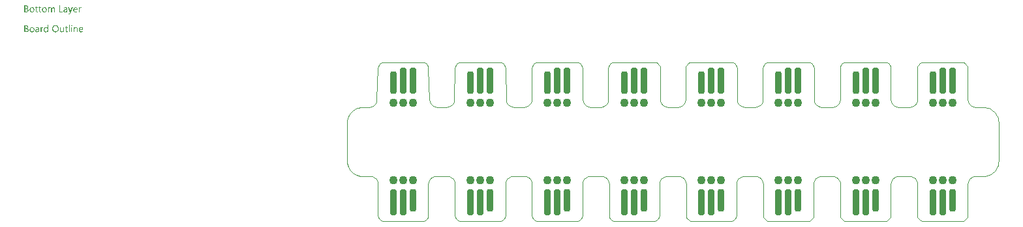
<source format=gbl>
G04*
G04 #@! TF.GenerationSoftware,Altium Limited,Altium Designer,21.9.2 (33)*
G04*
G04 Layer_Physical_Order=2*
G04 Layer_Color=16711680*
%FSLAX42Y42*%
%MOMM*%
G71*
G04*
G04 #@! TF.SameCoordinates,3B3C94B3-70F9-448F-95CB-C861D5BFCF53*
G04*
G04*
G04 #@! TF.FilePolarity,Positive*
G04*
G01*
G75*
%ADD10C,0.20*%
%ADD13C,0.10*%
%ADD18C,0.60*%
G04:AMPARAMS|DCode=19|XSize=0.9mm|YSize=3.45mm|CornerRadius=0.35mm|HoleSize=0mm|Usage=FLASHONLY|Rotation=180.000|XOffset=0mm|YOffset=0mm|HoleType=Round|Shape=RoundedRectangle|*
%AMROUNDEDRECTD19*
21,1,0.90,2.75,0,0,180.0*
21,1,0.20,3.45,0,0,180.0*
1,1,0.70,-0.10,1.37*
1,1,0.70,0.10,1.37*
1,1,0.70,0.10,-1.37*
1,1,0.70,-0.10,-1.37*
%
%ADD19ROUNDEDRECTD19*%
G04:AMPARAMS|DCode=20|XSize=0.9mm|YSize=2.95mm|CornerRadius=0.35mm|HoleSize=0mm|Usage=FLASHONLY|Rotation=180.000|XOffset=0mm|YOffset=0mm|HoleType=Round|Shape=RoundedRectangle|*
%AMROUNDEDRECTD20*
21,1,0.90,2.25,0,0,180.0*
21,1,0.20,2.95,0,0,180.0*
1,1,0.70,-0.10,1.12*
1,1,0.70,0.10,1.12*
1,1,0.70,0.10,-1.12*
1,1,0.70,-0.10,-1.12*
%
%ADD20ROUNDEDRECTD20*%
%ADD21C,1.10*%
G36*
X864Y4250D02*
X866Y4250D01*
X867Y4249D01*
X869Y4249D01*
X871Y4248D01*
X873Y4247D01*
X875Y4246D01*
X877Y4244D01*
X879Y4242D01*
X880Y4239D01*
X882Y4236D01*
X883Y4233D01*
X883Y4229D01*
X884Y4224D01*
X884Y4185D01*
X873Y4185D01*
X873Y4222D01*
X873Y4222D01*
X873Y4222D01*
X873Y4223D01*
X873Y4223D01*
X873Y4225D01*
X873Y4227D01*
X873Y4230D01*
X872Y4233D01*
X871Y4235D01*
X870Y4237D01*
X870Y4237D01*
X869Y4238D01*
X869Y4238D01*
X867Y4239D01*
X866Y4240D01*
X864Y4241D01*
X862Y4241D01*
X859Y4242D01*
X859Y4242D01*
X858Y4241D01*
X857Y4241D01*
X855Y4241D01*
X853Y4240D01*
X851Y4239D01*
X850Y4238D01*
X848Y4236D01*
X848Y4235D01*
X847Y4235D01*
X846Y4233D01*
X846Y4232D01*
X845Y4230D01*
X844Y4227D01*
X843Y4224D01*
X843Y4221D01*
X843Y4185D01*
X833Y4185D01*
X833Y4223D01*
X833Y4223D01*
X833Y4224D01*
X833Y4225D01*
X833Y4226D01*
X833Y4227D01*
X832Y4229D01*
X832Y4230D01*
X831Y4232D01*
X831Y4234D01*
X830Y4236D01*
X828Y4237D01*
X827Y4239D01*
X825Y4240D01*
X823Y4241D01*
X821Y4241D01*
X819Y4242D01*
X818Y4242D01*
X818Y4241D01*
X816Y4241D01*
X815Y4241D01*
X813Y4240D01*
X811Y4239D01*
X809Y4238D01*
X807Y4236D01*
X807Y4236D01*
X807Y4235D01*
X806Y4234D01*
X805Y4232D01*
X804Y4230D01*
X804Y4227D01*
X803Y4225D01*
X803Y4221D01*
X803Y4185D01*
X793Y4185D01*
X793Y4249D01*
X803Y4249D01*
X803Y4239D01*
X803Y4239D01*
X804Y4239D01*
X804Y4239D01*
X804Y4240D01*
X805Y4241D01*
X806Y4242D01*
X808Y4244D01*
X811Y4247D01*
X815Y4248D01*
X817Y4249D01*
X819Y4250D01*
X821Y4250D01*
X823Y4250D01*
X824Y4250D01*
X826Y4250D01*
X827Y4250D01*
X829Y4249D01*
X831Y4249D01*
X833Y4248D01*
X835Y4247D01*
X835Y4247D01*
X835Y4246D01*
X836Y4245D01*
X837Y4244D01*
X838Y4243D01*
X839Y4241D01*
X840Y4239D01*
X841Y4237D01*
X841Y4237D01*
X842Y4238D01*
X842Y4238D01*
X843Y4239D01*
X843Y4240D01*
X844Y4241D01*
X845Y4242D01*
X847Y4244D01*
X848Y4245D01*
X850Y4246D01*
X851Y4247D01*
X853Y4248D01*
X855Y4249D01*
X857Y4250D01*
X860Y4250D01*
X862Y4250D01*
X863Y4250D01*
X864Y4250D01*
X864Y4250D02*
G37*
G36*
X1221Y4250D02*
X1223Y4250D01*
X1224Y4249D01*
X1225Y4249D01*
X1225Y4238D01*
X1224Y4239D01*
X1224Y4239D01*
X1223Y4239D01*
X1223Y4240D01*
X1222Y4240D01*
X1220Y4240D01*
X1219Y4240D01*
X1217Y4241D01*
X1217Y4241D01*
X1216Y4240D01*
X1215Y4240D01*
X1213Y4240D01*
X1211Y4239D01*
X1209Y4238D01*
X1208Y4236D01*
X1206Y4234D01*
X1206Y4234D01*
X1205Y4233D01*
X1204Y4232D01*
X1204Y4230D01*
X1203Y4227D01*
X1202Y4224D01*
X1202Y4221D01*
X1201Y4217D01*
X1201Y4185D01*
X1191Y4185D01*
X1191Y4249D01*
X1201Y4249D01*
X1201Y4236D01*
X1202Y4236D01*
X1202Y4236D01*
X1202Y4236D01*
X1202Y4237D01*
X1203Y4238D01*
X1204Y4240D01*
X1204Y4241D01*
X1206Y4243D01*
X1207Y4245D01*
X1208Y4246D01*
X1209Y4246D01*
X1209Y4247D01*
X1210Y4247D01*
X1211Y4248D01*
X1213Y4249D01*
X1215Y4249D01*
X1216Y4250D01*
X1218Y4250D01*
X1220Y4250D01*
X1221Y4250D01*
X1221Y4250D02*
G37*
G36*
X1084Y4175D02*
X1084Y4175D01*
X1084Y4174D01*
X1083Y4173D01*
X1083Y4172D01*
X1082Y4170D01*
X1081Y4169D01*
X1080Y4167D01*
X1079Y4165D01*
X1077Y4163D01*
X1075Y4161D01*
X1073Y4160D01*
X1071Y4158D01*
X1069Y4157D01*
X1067Y4156D01*
X1065Y4155D01*
X1062Y4155D01*
X1061Y4155D01*
X1060Y4155D01*
X1058Y4155D01*
X1055Y4156D01*
X1055Y4165D01*
X1056Y4165D01*
X1056Y4165D01*
X1057Y4165D01*
X1057Y4165D01*
X1059Y4164D01*
X1061Y4164D01*
X1062Y4164D01*
X1063Y4164D01*
X1064Y4164D01*
X1066Y4165D01*
X1068Y4166D01*
X1069Y4167D01*
X1070Y4168D01*
X1071Y4169D01*
X1071Y4170D01*
X1072Y4172D01*
X1073Y4173D01*
X1078Y4185D01*
X1053Y4249D01*
X1065Y4249D01*
X1082Y4200D01*
X1082Y4199D01*
X1082Y4199D01*
X1082Y4199D01*
X1082Y4198D01*
X1082Y4197D01*
X1083Y4196D01*
X1083Y4195D01*
X1084Y4195D01*
X1084Y4195D01*
X1084Y4196D01*
X1084Y4197D01*
X1085Y4199D01*
X1103Y4249D01*
X1113Y4249D01*
X1084Y4175D01*
X1084Y4175D02*
G37*
G36*
X1023Y4250D02*
X1024Y4250D01*
X1026Y4249D01*
X1028Y4249D01*
X1030Y4248D01*
X1032Y4247D01*
X1034Y4246D01*
X1036Y4244D01*
X1038Y4243D01*
X1040Y4240D01*
X1041Y4238D01*
X1043Y4234D01*
X1043Y4231D01*
X1043Y4227D01*
X1043Y4185D01*
X1033Y4185D01*
X1033Y4195D01*
X1033Y4195D01*
X1033Y4195D01*
X1033Y4194D01*
X1032Y4194D01*
X1032Y4193D01*
X1030Y4191D01*
X1028Y4189D01*
X1025Y4187D01*
X1022Y4185D01*
X1020Y4185D01*
X1018Y4184D01*
X1016Y4184D01*
X1013Y4184D01*
X1012Y4184D01*
X1012Y4184D01*
X1010Y4184D01*
X1008Y4184D01*
X1005Y4185D01*
X1003Y4186D01*
X1001Y4187D01*
X998Y4188D01*
X998Y4189D01*
X998Y4189D01*
X997Y4191D01*
X996Y4192D01*
X995Y4194D01*
X994Y4196D01*
X993Y4199D01*
X993Y4202D01*
X993Y4202D01*
X993Y4203D01*
X993Y4204D01*
X993Y4205D01*
X994Y4206D01*
X994Y4208D01*
X995Y4209D01*
X996Y4211D01*
X997Y4213D01*
X998Y4215D01*
X1000Y4217D01*
X1002Y4218D01*
X1004Y4220D01*
X1007Y4221D01*
X1010Y4222D01*
X1014Y4223D01*
X1033Y4225D01*
X1033Y4226D01*
X1033Y4226D01*
X1033Y4227D01*
X1033Y4228D01*
X1033Y4229D01*
X1033Y4231D01*
X1032Y4234D01*
X1031Y4235D01*
X1030Y4236D01*
X1029Y4238D01*
X1028Y4239D01*
X1026Y4240D01*
X1024Y4241D01*
X1022Y4241D01*
X1020Y4242D01*
X1019Y4242D01*
X1018Y4241D01*
X1017Y4241D01*
X1016Y4241D01*
X1013Y4241D01*
X1010Y4240D01*
X1007Y4238D01*
X1005Y4237D01*
X1003Y4236D01*
X1001Y4235D01*
X999Y4234D01*
X999Y4244D01*
X999Y4244D01*
X1000Y4245D01*
X1000Y4245D01*
X1001Y4245D01*
X1002Y4246D01*
X1003Y4246D01*
X1004Y4247D01*
X1006Y4247D01*
X1009Y4248D01*
X1012Y4249D01*
X1017Y4250D01*
X1021Y4250D01*
X1022Y4250D01*
X1023Y4250D01*
X1023Y4250D02*
G37*
G36*
X950Y4194D02*
X985Y4194D01*
X985Y4185D01*
X939Y4185D01*
X939Y4274D01*
X950Y4274D01*
X950Y4194D01*
X950Y4194D02*
G37*
G36*
X512Y4274D02*
X513Y4274D01*
X515Y4274D01*
X517Y4274D01*
X520Y4273D01*
X523Y4272D01*
X526Y4271D01*
X529Y4269D01*
X529Y4269D01*
X529Y4268D01*
X530Y4268D01*
X531Y4266D01*
X532Y4265D01*
X533Y4263D01*
X535Y4260D01*
X535Y4257D01*
X536Y4256D01*
X536Y4254D01*
X536Y4254D01*
X536Y4254D01*
X536Y4253D01*
X535Y4251D01*
X535Y4249D01*
X535Y4247D01*
X534Y4245D01*
X533Y4243D01*
X532Y4241D01*
X531Y4240D01*
X531Y4240D01*
X530Y4239D01*
X529Y4238D01*
X527Y4236D01*
X525Y4235D01*
X523Y4234D01*
X520Y4233D01*
X520Y4233D01*
X521Y4233D01*
X521Y4232D01*
X522Y4232D01*
X523Y4232D01*
X525Y4231D01*
X528Y4230D01*
X530Y4229D01*
X532Y4228D01*
X535Y4226D01*
X535Y4225D01*
X535Y4224D01*
X536Y4223D01*
X537Y4222D01*
X538Y4219D01*
X539Y4217D01*
X540Y4214D01*
X540Y4211D01*
X540Y4211D01*
X540Y4210D01*
X540Y4210D01*
X540Y4209D01*
X540Y4208D01*
X540Y4207D01*
X539Y4204D01*
X538Y4201D01*
X537Y4198D01*
X536Y4197D01*
X535Y4195D01*
X533Y4194D01*
X532Y4192D01*
X532Y4192D01*
X531Y4192D01*
X531Y4191D01*
X530Y4191D01*
X529Y4191D01*
X528Y4190D01*
X526Y4189D01*
X523Y4187D01*
X520Y4186D01*
X516Y4185D01*
X513Y4185D01*
X511Y4185D01*
X485Y4185D01*
X485Y4274D01*
X512Y4274D01*
X512Y4274D01*
X512Y4274D02*
G37*
G36*
X688Y4249D02*
X704Y4249D01*
X704Y4240D01*
X688Y4240D01*
X688Y4204D01*
X688Y4204D01*
X688Y4203D01*
X688Y4202D01*
X689Y4200D01*
X689Y4197D01*
X690Y4196D01*
X690Y4195D01*
X691Y4195D01*
X691Y4194D01*
X691Y4194D01*
X692Y4194D01*
X693Y4193D01*
X694Y4193D01*
X696Y4192D01*
X698Y4192D01*
X698Y4192D01*
X699Y4192D01*
X700Y4193D01*
X702Y4193D01*
X703Y4194D01*
X704Y4194D01*
X704Y4186D01*
X704Y4186D01*
X704Y4185D01*
X703Y4185D01*
X702Y4185D01*
X701Y4184D01*
X699Y4184D01*
X697Y4184D01*
X695Y4184D01*
X694Y4184D01*
X693Y4184D01*
X692Y4184D01*
X691Y4184D01*
X690Y4185D01*
X688Y4185D01*
X687Y4186D01*
X685Y4187D01*
X683Y4188D01*
X682Y4190D01*
X681Y4192D01*
X680Y4194D01*
X679Y4196D01*
X678Y4199D01*
X678Y4202D01*
X678Y4240D01*
X667Y4240D01*
X667Y4249D01*
X678Y4249D01*
X678Y4264D01*
X688Y4268D01*
X688Y4249D01*
X688Y4249D02*
G37*
G36*
X645Y4249D02*
X661Y4249D01*
X661Y4240D01*
X645Y4240D01*
X645Y4204D01*
X645Y4204D01*
X645Y4203D01*
X645Y4202D01*
X645Y4200D01*
X646Y4197D01*
X646Y4196D01*
X647Y4195D01*
X647Y4195D01*
X648Y4194D01*
X648Y4194D01*
X649Y4194D01*
X650Y4193D01*
X651Y4193D01*
X653Y4192D01*
X654Y4192D01*
X655Y4192D01*
X656Y4192D01*
X657Y4193D01*
X659Y4193D01*
X660Y4194D01*
X661Y4194D01*
X661Y4186D01*
X661Y4186D01*
X661Y4185D01*
X660Y4185D01*
X659Y4185D01*
X657Y4184D01*
X656Y4184D01*
X654Y4184D01*
X652Y4184D01*
X651Y4184D01*
X650Y4184D01*
X649Y4184D01*
X648Y4184D01*
X646Y4185D01*
X645Y4185D01*
X643Y4186D01*
X642Y4187D01*
X640Y4188D01*
X639Y4190D01*
X638Y4192D01*
X636Y4194D01*
X636Y4196D01*
X635Y4199D01*
X635Y4202D01*
X635Y4240D01*
X624Y4240D01*
X624Y4249D01*
X635Y4249D01*
X635Y4264D01*
X645Y4268D01*
X645Y4249D01*
X645Y4249D02*
G37*
G36*
X1152Y4250D02*
X1153Y4250D01*
X1154Y4250D01*
X1157Y4249D01*
X1160Y4248D01*
X1163Y4247D01*
X1165Y4246D01*
X1166Y4245D01*
X1168Y4244D01*
X1169Y4242D01*
X1169Y4242D01*
X1169Y4242D01*
X1170Y4241D01*
X1170Y4241D01*
X1171Y4240D01*
X1171Y4239D01*
X1172Y4238D01*
X1172Y4236D01*
X1173Y4235D01*
X1174Y4233D01*
X1174Y4231D01*
X1175Y4229D01*
X1175Y4227D01*
X1176Y4225D01*
X1176Y4222D01*
X1176Y4220D01*
X1176Y4214D01*
X1131Y4214D01*
X1131Y4214D01*
X1131Y4214D01*
X1131Y4213D01*
X1131Y4213D01*
X1131Y4212D01*
X1131Y4211D01*
X1132Y4208D01*
X1132Y4206D01*
X1133Y4203D01*
X1135Y4200D01*
X1136Y4198D01*
X1137Y4197D01*
X1137Y4197D01*
X1139Y4196D01*
X1140Y4195D01*
X1143Y4194D01*
X1145Y4193D01*
X1148Y4192D01*
X1151Y4192D01*
X1153Y4192D01*
X1153Y4192D01*
X1154Y4192D01*
X1155Y4192D01*
X1158Y4193D01*
X1161Y4194D01*
X1164Y4195D01*
X1168Y4197D01*
X1170Y4198D01*
X1171Y4199D01*
X1171Y4190D01*
X1171Y4190D01*
X1171Y4189D01*
X1171Y4189D01*
X1170Y4189D01*
X1169Y4188D01*
X1168Y4188D01*
X1167Y4187D01*
X1165Y4187D01*
X1164Y4186D01*
X1162Y4186D01*
X1158Y4185D01*
X1154Y4184D01*
X1149Y4184D01*
X1148Y4184D01*
X1147Y4184D01*
X1146Y4184D01*
X1144Y4184D01*
X1141Y4185D01*
X1138Y4186D01*
X1135Y4187D01*
X1133Y4188D01*
X1131Y4189D01*
X1129Y4191D01*
X1128Y4192D01*
X1128Y4192D01*
X1128Y4193D01*
X1127Y4193D01*
X1127Y4194D01*
X1126Y4195D01*
X1126Y4196D01*
X1125Y4197D01*
X1124Y4199D01*
X1123Y4200D01*
X1123Y4202D01*
X1122Y4204D01*
X1121Y4206D01*
X1121Y4209D01*
X1121Y4211D01*
X1120Y4214D01*
X1120Y4217D01*
X1120Y4217D01*
X1120Y4217D01*
X1120Y4218D01*
X1120Y4219D01*
X1121Y4220D01*
X1121Y4222D01*
X1121Y4224D01*
X1121Y4225D01*
X1122Y4229D01*
X1124Y4233D01*
X1125Y4235D01*
X1126Y4237D01*
X1127Y4239D01*
X1129Y4241D01*
X1129Y4241D01*
X1129Y4241D01*
X1129Y4242D01*
X1130Y4242D01*
X1131Y4243D01*
X1132Y4244D01*
X1133Y4245D01*
X1134Y4246D01*
X1137Y4247D01*
X1141Y4249D01*
X1143Y4249D01*
X1145Y4250D01*
X1147Y4250D01*
X1150Y4250D01*
X1151Y4250D01*
X1152Y4250D01*
X1152Y4250D02*
G37*
G36*
X749Y4250D02*
X750Y4250D01*
X751Y4250D01*
X754Y4249D01*
X758Y4248D01*
X762Y4247D01*
X763Y4246D01*
X765Y4244D01*
X767Y4243D01*
X768Y4241D01*
X769Y4241D01*
X769Y4241D01*
X769Y4241D01*
X770Y4240D01*
X770Y4239D01*
X771Y4238D01*
X772Y4237D01*
X773Y4235D01*
X773Y4233D01*
X774Y4232D01*
X775Y4230D01*
X775Y4227D01*
X776Y4225D01*
X776Y4223D01*
X776Y4220D01*
X776Y4217D01*
X776Y4217D01*
X776Y4216D01*
X776Y4216D01*
X776Y4215D01*
X776Y4213D01*
X776Y4212D01*
X776Y4210D01*
X775Y4208D01*
X774Y4205D01*
X773Y4200D01*
X772Y4198D01*
X771Y4196D01*
X769Y4194D01*
X768Y4193D01*
X768Y4193D01*
X767Y4192D01*
X767Y4192D01*
X766Y4191D01*
X765Y4191D01*
X764Y4190D01*
X763Y4189D01*
X762Y4188D01*
X760Y4187D01*
X758Y4186D01*
X757Y4186D01*
X754Y4185D01*
X752Y4184D01*
X750Y4184D01*
X747Y4184D01*
X745Y4184D01*
X743Y4184D01*
X742Y4184D01*
X741Y4184D01*
X740Y4184D01*
X738Y4184D01*
X737Y4185D01*
X733Y4186D01*
X729Y4187D01*
X727Y4188D01*
X726Y4190D01*
X724Y4191D01*
X722Y4192D01*
X722Y4193D01*
X722Y4193D01*
X721Y4193D01*
X721Y4194D01*
X720Y4195D01*
X719Y4196D01*
X719Y4197D01*
X718Y4199D01*
X717Y4200D01*
X716Y4202D01*
X716Y4204D01*
X715Y4206D01*
X714Y4211D01*
X714Y4213D01*
X714Y4216D01*
X714Y4216D01*
X714Y4217D01*
X714Y4218D01*
X714Y4219D01*
X714Y4220D01*
X714Y4222D01*
X715Y4223D01*
X715Y4225D01*
X716Y4229D01*
X717Y4233D01*
X718Y4235D01*
X720Y4238D01*
X721Y4239D01*
X722Y4241D01*
X723Y4241D01*
X723Y4242D01*
X723Y4242D01*
X724Y4243D01*
X725Y4243D01*
X726Y4244D01*
X727Y4245D01*
X729Y4246D01*
X730Y4247D01*
X732Y4247D01*
X734Y4248D01*
X736Y4249D01*
X738Y4249D01*
X741Y4250D01*
X744Y4250D01*
X746Y4250D01*
X748Y4250D01*
X749Y4250D01*
X749Y4250D02*
G37*
G36*
X587Y4250D02*
X588Y4250D01*
X590Y4250D01*
X593Y4249D01*
X597Y4248D01*
X600Y4247D01*
X602Y4246D01*
X604Y4244D01*
X606Y4243D01*
X607Y4241D01*
X607Y4241D01*
X607Y4241D01*
X608Y4241D01*
X608Y4240D01*
X609Y4239D01*
X610Y4238D01*
X610Y4237D01*
X611Y4235D01*
X612Y4233D01*
X613Y4232D01*
X613Y4230D01*
X614Y4227D01*
X614Y4225D01*
X615Y4223D01*
X615Y4220D01*
X615Y4217D01*
X615Y4217D01*
X615Y4216D01*
X615Y4216D01*
X615Y4215D01*
X615Y4213D01*
X615Y4212D01*
X614Y4210D01*
X614Y4208D01*
X613Y4205D01*
X612Y4200D01*
X611Y4198D01*
X609Y4196D01*
X608Y4194D01*
X607Y4193D01*
X606Y4193D01*
X606Y4192D01*
X606Y4192D01*
X605Y4191D01*
X604Y4191D01*
X603Y4190D01*
X602Y4189D01*
X600Y4188D01*
X599Y4187D01*
X597Y4186D01*
X595Y4186D01*
X593Y4185D01*
X591Y4184D01*
X589Y4184D01*
X586Y4184D01*
X583Y4184D01*
X582Y4184D01*
X581Y4184D01*
X580Y4184D01*
X579Y4184D01*
X577Y4184D01*
X575Y4185D01*
X572Y4186D01*
X568Y4187D01*
X566Y4188D01*
X564Y4190D01*
X563Y4191D01*
X561Y4192D01*
X561Y4193D01*
X560Y4193D01*
X560Y4193D01*
X560Y4194D01*
X559Y4195D01*
X558Y4196D01*
X557Y4197D01*
X557Y4199D01*
X556Y4200D01*
X555Y4202D01*
X554Y4204D01*
X554Y4206D01*
X553Y4211D01*
X553Y4213D01*
X552Y4216D01*
X552Y4216D01*
X552Y4217D01*
X552Y4218D01*
X553Y4219D01*
X553Y4220D01*
X553Y4222D01*
X553Y4223D01*
X554Y4225D01*
X554Y4229D01*
X556Y4233D01*
X557Y4235D01*
X558Y4238D01*
X560Y4239D01*
X561Y4241D01*
X561Y4241D01*
X562Y4242D01*
X562Y4242D01*
X563Y4243D01*
X564Y4243D01*
X565Y4244D01*
X566Y4245D01*
X567Y4246D01*
X569Y4247D01*
X571Y4247D01*
X573Y4248D01*
X575Y4249D01*
X577Y4249D01*
X580Y4250D01*
X582Y4250D01*
X585Y4250D01*
X586Y4250D01*
X587Y4250D01*
X587Y4250D02*
G37*
G36*
X1100Y4019D02*
X1101Y4019D01*
X1102Y4019D01*
X1103Y4018D01*
X1104Y4018D01*
X1104Y4018D01*
X1104Y4017D01*
X1105Y4017D01*
X1105Y4015D01*
X1105Y4014D01*
X1106Y4013D01*
X1106Y4013D01*
X1106Y4013D01*
X1105Y4012D01*
X1105Y4011D01*
X1105Y4010D01*
X1104Y4009D01*
X1104Y4008D01*
X1103Y4008D01*
X1103Y4008D01*
X1102Y4007D01*
X1101Y4007D01*
X1100Y4007D01*
X1099Y4006D01*
X1098Y4006D01*
X1098Y4007D01*
X1097Y4007D01*
X1096Y4007D01*
X1095Y4008D01*
X1094Y4008D01*
X1094Y4008D01*
X1094Y4008D01*
X1094Y4009D01*
X1093Y4009D01*
X1093Y4011D01*
X1093Y4012D01*
X1092Y4013D01*
X1092Y4013D01*
X1092Y4014D01*
X1093Y4014D01*
X1093Y4015D01*
X1093Y4016D01*
X1094Y4017D01*
X1094Y4018D01*
X1094Y4018D01*
X1095Y4018D01*
X1096Y4019D01*
X1097Y4019D01*
X1098Y4020D01*
X1099Y4020D01*
X1100Y4019D01*
X1100Y4019D02*
G37*
G36*
X795Y3926D02*
X785Y3926D01*
X785Y3937D01*
X785Y3937D01*
X785Y3937D01*
X785Y3937D01*
X784Y3936D01*
X784Y3935D01*
X783Y3934D01*
X782Y3933D01*
X781Y3932D01*
X779Y3931D01*
X778Y3930D01*
X776Y3929D01*
X775Y3928D01*
X773Y3927D01*
X771Y3926D01*
X768Y3925D01*
X766Y3925D01*
X763Y3925D01*
X762Y3925D01*
X761Y3925D01*
X760Y3925D01*
X759Y3925D01*
X756Y3926D01*
X753Y3927D01*
X750Y3929D01*
X748Y3930D01*
X747Y3931D01*
X745Y3932D01*
X744Y3933D01*
X744Y3934D01*
X743Y3934D01*
X743Y3934D01*
X743Y3935D01*
X742Y3936D01*
X741Y3937D01*
X741Y3938D01*
X740Y3940D01*
X739Y3941D01*
X739Y3943D01*
X738Y3945D01*
X738Y3947D01*
X737Y3949D01*
X737Y3952D01*
X737Y3954D01*
X737Y3957D01*
X737Y3957D01*
X737Y3957D01*
X737Y3958D01*
X737Y3959D01*
X737Y3961D01*
X737Y3962D01*
X737Y3964D01*
X738Y3966D01*
X738Y3970D01*
X740Y3974D01*
X741Y3976D01*
X742Y3978D01*
X743Y3980D01*
X744Y3982D01*
X745Y3982D01*
X745Y3983D01*
X745Y3983D01*
X746Y3984D01*
X747Y3984D01*
X748Y3985D01*
X749Y3986D01*
X750Y3987D01*
X753Y3989D01*
X757Y3990D01*
X759Y3991D01*
X761Y3991D01*
X763Y3992D01*
X766Y3992D01*
X767Y3992D01*
X768Y3992D01*
X769Y3991D01*
X770Y3991D01*
X773Y3990D01*
X776Y3989D01*
X778Y3988D01*
X779Y3987D01*
X781Y3986D01*
X782Y3985D01*
X784Y3983D01*
X785Y3981D01*
X785Y3981D01*
X785Y4021D01*
X795Y4021D01*
X795Y3926D01*
X795Y3926D02*
G37*
G36*
X1158Y3992D02*
X1160Y3991D01*
X1162Y3991D01*
X1165Y3990D01*
X1167Y3989D01*
X1170Y3987D01*
X1171Y3986D01*
X1172Y3985D01*
X1172Y3985D01*
X1173Y3984D01*
X1174Y3982D01*
X1175Y3980D01*
X1176Y3977D01*
X1177Y3974D01*
X1177Y3970D01*
X1178Y3965D01*
X1178Y3926D01*
X1167Y3926D01*
X1167Y3963D01*
X1167Y3963D01*
X1167Y3964D01*
X1167Y3965D01*
X1167Y3966D01*
X1167Y3967D01*
X1167Y3969D01*
X1166Y3971D01*
X1165Y3973D01*
X1165Y3975D01*
X1164Y3977D01*
X1162Y3978D01*
X1161Y3980D01*
X1159Y3981D01*
X1157Y3982D01*
X1155Y3983D01*
X1153Y3983D01*
X1152Y3983D01*
X1151Y3983D01*
X1150Y3983D01*
X1148Y3982D01*
X1146Y3982D01*
X1144Y3981D01*
X1142Y3979D01*
X1140Y3977D01*
X1140Y3977D01*
X1139Y3976D01*
X1138Y3975D01*
X1137Y3973D01*
X1136Y3971D01*
X1136Y3969D01*
X1135Y3966D01*
X1135Y3963D01*
X1135Y3926D01*
X1125Y3926D01*
X1125Y3990D01*
X1135Y3990D01*
X1135Y3980D01*
X1135Y3980D01*
X1135Y3980D01*
X1135Y3980D01*
X1136Y3981D01*
X1137Y3981D01*
X1137Y3982D01*
X1138Y3983D01*
X1139Y3984D01*
X1140Y3986D01*
X1142Y3987D01*
X1143Y3988D01*
X1145Y3989D01*
X1147Y3990D01*
X1149Y3991D01*
X1151Y3991D01*
X1154Y3992D01*
X1156Y3992D01*
X1157Y3992D01*
X1158Y3992D01*
X1158Y3992D02*
G37*
G36*
X726Y3991D02*
X728Y3991D01*
X729Y3991D01*
X730Y3990D01*
X730Y3980D01*
X730Y3980D01*
X729Y3980D01*
X729Y3981D01*
X728Y3981D01*
X727Y3981D01*
X725Y3982D01*
X724Y3982D01*
X722Y3982D01*
X722Y3982D01*
X721Y3982D01*
X720Y3982D01*
X718Y3981D01*
X716Y3980D01*
X715Y3979D01*
X713Y3978D01*
X711Y3976D01*
X711Y3975D01*
X710Y3975D01*
X710Y3973D01*
X709Y3971D01*
X708Y3969D01*
X707Y3966D01*
X707Y3963D01*
X707Y3959D01*
X707Y3926D01*
X696Y3926D01*
X696Y3990D01*
X707Y3990D01*
X707Y3977D01*
X707Y3977D01*
X707Y3977D01*
X707Y3977D01*
X707Y3978D01*
X708Y3979D01*
X709Y3981D01*
X710Y3983D01*
X711Y3984D01*
X712Y3986D01*
X714Y3988D01*
X714Y3988D01*
X714Y3988D01*
X715Y3989D01*
X717Y3989D01*
X718Y3990D01*
X720Y3991D01*
X722Y3991D01*
X724Y3991D01*
X725Y3991D01*
X726Y3991D01*
X726Y3991D02*
G37*
G36*
X999Y3926D02*
X989Y3926D01*
X989Y3936D01*
X988Y3936D01*
X988Y3936D01*
X988Y3936D01*
X988Y3935D01*
X987Y3935D01*
X986Y3933D01*
X983Y3931D01*
X982Y3930D01*
X981Y3929D01*
X979Y3928D01*
X977Y3927D01*
X975Y3926D01*
X973Y3925D01*
X971Y3925D01*
X969Y3925D01*
X968Y3925D01*
X967Y3925D01*
X965Y3925D01*
X963Y3926D01*
X961Y3926D01*
X959Y3927D01*
X957Y3928D01*
X955Y3930D01*
X953Y3932D01*
X951Y3934D01*
X949Y3936D01*
X948Y3939D01*
X947Y3943D01*
X946Y3947D01*
X946Y3950D01*
X946Y3952D01*
X946Y3990D01*
X956Y3990D01*
X956Y3954D01*
X956Y3953D01*
X956Y3953D01*
X956Y3952D01*
X956Y3950D01*
X956Y3949D01*
X957Y3947D01*
X957Y3945D01*
X958Y3944D01*
X959Y3942D01*
X960Y3940D01*
X961Y3938D01*
X962Y3937D01*
X964Y3935D01*
X966Y3934D01*
X969Y3934D01*
X971Y3933D01*
X972Y3933D01*
X973Y3934D01*
X974Y3934D01*
X976Y3934D01*
X978Y3935D01*
X980Y3936D01*
X982Y3937D01*
X984Y3939D01*
X984Y3939D01*
X985Y3940D01*
X985Y3941D01*
X986Y3943D01*
X987Y3945D01*
X988Y3947D01*
X988Y3950D01*
X989Y3953D01*
X989Y3990D01*
X999Y3990D01*
X999Y3926D01*
X999Y3926D02*
G37*
G36*
X1104Y3926D02*
X1094Y3926D01*
X1094Y3990D01*
X1104Y3990D01*
X1104Y3926D01*
X1104Y3926D02*
G37*
G36*
X1073Y3926D02*
X1063Y3926D01*
X1063Y4021D01*
X1073Y4021D01*
X1073Y3926D01*
X1073Y3926D02*
G37*
G36*
X657Y3992D02*
X658Y3991D01*
X660Y3991D01*
X662Y3990D01*
X664Y3990D01*
X666Y3989D01*
X668Y3987D01*
X670Y3986D01*
X672Y3984D01*
X674Y3982D01*
X675Y3979D01*
X676Y3976D01*
X677Y3972D01*
X677Y3968D01*
X677Y3926D01*
X667Y3926D01*
X667Y3936D01*
X667Y3936D01*
X667Y3936D01*
X666Y3936D01*
X666Y3935D01*
X665Y3935D01*
X664Y3933D01*
X662Y3931D01*
X659Y3929D01*
X656Y3927D01*
X654Y3926D01*
X652Y3925D01*
X649Y3925D01*
X647Y3925D01*
X646Y3925D01*
X646Y3925D01*
X644Y3925D01*
X642Y3926D01*
X639Y3926D01*
X637Y3927D01*
X634Y3928D01*
X632Y3930D01*
X632Y3930D01*
X631Y3931D01*
X630Y3932D01*
X629Y3933D01*
X629Y3935D01*
X628Y3938D01*
X627Y3940D01*
X627Y3943D01*
X627Y3943D01*
X627Y3944D01*
X627Y3945D01*
X627Y3946D01*
X627Y3947D01*
X628Y3949D01*
X629Y3951D01*
X629Y3953D01*
X631Y3954D01*
X632Y3956D01*
X634Y3958D01*
X636Y3960D01*
X638Y3961D01*
X641Y3962D01*
X644Y3963D01*
X648Y3964D01*
X667Y3967D01*
X667Y3967D01*
X667Y3967D01*
X667Y3968D01*
X667Y3969D01*
X667Y3971D01*
X666Y3972D01*
X665Y3975D01*
X665Y3976D01*
X664Y3978D01*
X663Y3979D01*
X662Y3981D01*
X660Y3982D01*
X658Y3982D01*
X656Y3983D01*
X654Y3983D01*
X653Y3983D01*
X652Y3983D01*
X651Y3983D01*
X650Y3983D01*
X647Y3982D01*
X644Y3981D01*
X640Y3980D01*
X638Y3979D01*
X637Y3978D01*
X635Y3977D01*
X633Y3975D01*
X633Y3986D01*
X633Y3986D01*
X634Y3986D01*
X634Y3986D01*
X635Y3987D01*
X636Y3987D01*
X637Y3988D01*
X638Y3988D01*
X639Y3989D01*
X643Y3990D01*
X646Y3991D01*
X650Y3991D01*
X655Y3992D01*
X656Y3992D01*
X657Y3992D01*
X657Y3992D02*
G37*
G36*
X512Y4016D02*
X513Y4016D01*
X515Y4015D01*
X517Y4015D01*
X520Y4014D01*
X523Y4013D01*
X526Y4012D01*
X529Y4010D01*
X529Y4010D01*
X529Y4010D01*
X530Y4009D01*
X531Y4008D01*
X532Y4006D01*
X533Y4004D01*
X535Y4001D01*
X535Y3999D01*
X536Y3997D01*
X536Y3995D01*
X536Y3995D01*
X536Y3995D01*
X536Y3994D01*
X535Y3993D01*
X535Y3991D01*
X535Y3989D01*
X534Y3986D01*
X533Y3984D01*
X532Y3982D01*
X531Y3982D01*
X531Y3981D01*
X530Y3980D01*
X529Y3979D01*
X527Y3978D01*
X525Y3976D01*
X523Y3975D01*
X520Y3974D01*
X520Y3974D01*
X521Y3974D01*
X521Y3974D01*
X522Y3974D01*
X523Y3973D01*
X525Y3973D01*
X528Y3972D01*
X530Y3971D01*
X532Y3969D01*
X535Y3967D01*
X535Y3967D01*
X535Y3966D01*
X536Y3965D01*
X537Y3963D01*
X538Y3961D01*
X539Y3958D01*
X540Y3955D01*
X540Y3952D01*
X540Y3952D01*
X540Y3952D01*
X540Y3951D01*
X540Y3950D01*
X540Y3949D01*
X540Y3948D01*
X539Y3945D01*
X538Y3942D01*
X537Y3939D01*
X536Y3938D01*
X535Y3936D01*
X533Y3935D01*
X532Y3933D01*
X532Y3933D01*
X531Y3933D01*
X531Y3933D01*
X530Y3932D01*
X529Y3932D01*
X528Y3931D01*
X526Y3930D01*
X523Y3929D01*
X520Y3928D01*
X516Y3927D01*
X513Y3927D01*
X511Y3926D01*
X485Y3926D01*
X485Y4016D01*
X512Y4016D01*
X512Y4016D01*
X512Y4016D02*
G37*
G36*
X1033Y3990D02*
X1049Y3990D01*
X1049Y3981D01*
X1033Y3981D01*
X1033Y3945D01*
X1033Y3945D01*
X1033Y3944D01*
X1033Y3943D01*
X1033Y3942D01*
X1034Y3939D01*
X1034Y3937D01*
X1035Y3936D01*
X1035Y3936D01*
X1036Y3936D01*
X1036Y3936D01*
X1037Y3935D01*
X1038Y3934D01*
X1039Y3934D01*
X1041Y3934D01*
X1042Y3934D01*
X1043Y3934D01*
X1044Y3934D01*
X1045Y3934D01*
X1047Y3935D01*
X1048Y3935D01*
X1049Y3936D01*
X1049Y3927D01*
X1049Y3927D01*
X1048Y3927D01*
X1048Y3926D01*
X1047Y3926D01*
X1045Y3926D01*
X1044Y3925D01*
X1042Y3925D01*
X1040Y3925D01*
X1039Y3925D01*
X1038Y3925D01*
X1037Y3925D01*
X1036Y3926D01*
X1034Y3926D01*
X1033Y3927D01*
X1031Y3928D01*
X1030Y3928D01*
X1028Y3930D01*
X1027Y3931D01*
X1025Y3933D01*
X1024Y3935D01*
X1023Y3938D01*
X1023Y3940D01*
X1023Y3944D01*
X1023Y3981D01*
X1012Y3981D01*
X1012Y3990D01*
X1023Y3990D01*
X1023Y4006D01*
X1033Y4009D01*
X1033Y3990D01*
X1033Y3990D02*
G37*
G36*
X1224Y3992D02*
X1225Y3991D01*
X1226Y3991D01*
X1229Y3991D01*
X1232Y3990D01*
X1235Y3988D01*
X1237Y3987D01*
X1239Y3986D01*
X1240Y3985D01*
X1241Y3983D01*
X1242Y3983D01*
X1242Y3983D01*
X1242Y3983D01*
X1243Y3982D01*
X1243Y3981D01*
X1244Y3980D01*
X1244Y3979D01*
X1245Y3978D01*
X1246Y3976D01*
X1246Y3975D01*
X1247Y3973D01*
X1247Y3971D01*
X1248Y3968D01*
X1248Y3966D01*
X1248Y3964D01*
X1248Y3961D01*
X1248Y3956D01*
X1203Y3956D01*
X1203Y3956D01*
X1203Y3955D01*
X1203Y3955D01*
X1203Y3954D01*
X1204Y3953D01*
X1204Y3952D01*
X1204Y3950D01*
X1205Y3947D01*
X1206Y3944D01*
X1207Y3942D01*
X1209Y3939D01*
X1209Y3939D01*
X1210Y3938D01*
X1211Y3937D01*
X1213Y3936D01*
X1215Y3935D01*
X1218Y3934D01*
X1221Y3934D01*
X1224Y3933D01*
X1225Y3933D01*
X1226Y3934D01*
X1227Y3934D01*
X1228Y3934D01*
X1231Y3934D01*
X1234Y3935D01*
X1237Y3936D01*
X1240Y3938D01*
X1242Y3939D01*
X1244Y3941D01*
X1244Y3931D01*
X1244Y3931D01*
X1243Y3931D01*
X1243Y3931D01*
X1242Y3930D01*
X1241Y3930D01*
X1240Y3929D01*
X1239Y3929D01*
X1238Y3928D01*
X1236Y3927D01*
X1235Y3927D01*
X1231Y3926D01*
X1226Y3925D01*
X1222Y3925D01*
X1220Y3925D01*
X1219Y3925D01*
X1218Y3925D01*
X1217Y3925D01*
X1214Y3926D01*
X1210Y3927D01*
X1207Y3929D01*
X1205Y3930D01*
X1204Y3931D01*
X1202Y3932D01*
X1200Y3934D01*
X1200Y3934D01*
X1200Y3934D01*
X1200Y3935D01*
X1199Y3935D01*
X1199Y3936D01*
X1198Y3937D01*
X1197Y3939D01*
X1197Y3940D01*
X1196Y3942D01*
X1195Y3943D01*
X1194Y3945D01*
X1194Y3948D01*
X1193Y3950D01*
X1193Y3953D01*
X1193Y3955D01*
X1193Y3958D01*
X1193Y3958D01*
X1193Y3959D01*
X1193Y3959D01*
X1193Y3961D01*
X1193Y3962D01*
X1193Y3963D01*
X1193Y3965D01*
X1194Y3967D01*
X1195Y3970D01*
X1196Y3975D01*
X1197Y3977D01*
X1198Y3978D01*
X1200Y3981D01*
X1201Y3982D01*
X1201Y3982D01*
X1201Y3983D01*
X1202Y3983D01*
X1203Y3984D01*
X1203Y3984D01*
X1204Y3985D01*
X1206Y3986D01*
X1207Y3987D01*
X1210Y3989D01*
X1213Y3990D01*
X1215Y3991D01*
X1218Y3991D01*
X1220Y3992D01*
X1222Y3992D01*
X1223Y3992D01*
X1224Y3992D01*
X1224Y3992D02*
G37*
G36*
X893Y4017D02*
X894Y4017D01*
X896Y4017D01*
X898Y4016D01*
X901Y4016D01*
X903Y4015D01*
X905Y4014D01*
X908Y4013D01*
X910Y4012D01*
X913Y4011D01*
X915Y4009D01*
X917Y4007D01*
X920Y4005D01*
X920Y4005D01*
X920Y4004D01*
X921Y4003D01*
X921Y4003D01*
X922Y4001D01*
X923Y4000D01*
X924Y3998D01*
X925Y3996D01*
X926Y3994D01*
X927Y3991D01*
X928Y3989D01*
X929Y3986D01*
X930Y3983D01*
X930Y3979D01*
X931Y3976D01*
X931Y3972D01*
X931Y3972D01*
X931Y3971D01*
X931Y3970D01*
X931Y3969D01*
X931Y3967D01*
X930Y3965D01*
X930Y3962D01*
X929Y3960D01*
X929Y3957D01*
X928Y3954D01*
X927Y3951D01*
X926Y3948D01*
X925Y3945D01*
X923Y3943D01*
X921Y3940D01*
X919Y3938D01*
X919Y3937D01*
X919Y3937D01*
X918Y3936D01*
X917Y3936D01*
X916Y3935D01*
X915Y3934D01*
X913Y3932D01*
X911Y3931D01*
X909Y3930D01*
X907Y3929D01*
X904Y3928D01*
X901Y3927D01*
X898Y3926D01*
X895Y3925D01*
X892Y3925D01*
X888Y3925D01*
X887Y3925D01*
X886Y3925D01*
X885Y3925D01*
X884Y3925D01*
X882Y3926D01*
X880Y3926D01*
X877Y3927D01*
X875Y3927D01*
X872Y3928D01*
X870Y3929D01*
X867Y3930D01*
X865Y3932D01*
X862Y3933D01*
X860Y3935D01*
X858Y3937D01*
X858Y3938D01*
X857Y3938D01*
X857Y3939D01*
X856Y3940D01*
X855Y3941D01*
X854Y3942D01*
X853Y3944D01*
X852Y3946D01*
X851Y3948D01*
X850Y3951D01*
X849Y3953D01*
X848Y3956D01*
X848Y3959D01*
X847Y3963D01*
X847Y3966D01*
X846Y3970D01*
X846Y3970D01*
X846Y3971D01*
X847Y3972D01*
X847Y3974D01*
X847Y3975D01*
X847Y3978D01*
X847Y3980D01*
X848Y3982D01*
X849Y3985D01*
X849Y3988D01*
X850Y3991D01*
X851Y3994D01*
X853Y3996D01*
X854Y3999D01*
X856Y4002D01*
X858Y4004D01*
X858Y4005D01*
X859Y4005D01*
X859Y4006D01*
X860Y4006D01*
X861Y4007D01*
X863Y4008D01*
X865Y4010D01*
X866Y4011D01*
X869Y4012D01*
X871Y4013D01*
X874Y4014D01*
X876Y4015D01*
X879Y4016D01*
X883Y4017D01*
X886Y4017D01*
X890Y4017D01*
X892Y4017D01*
X893Y4017D01*
X893Y4017D02*
G37*
G36*
X587Y3992D02*
X588Y3991D01*
X590Y3991D01*
X593Y3991D01*
X597Y3989D01*
X600Y3988D01*
X602Y3987D01*
X604Y3986D01*
X606Y3984D01*
X607Y3983D01*
X607Y3983D01*
X607Y3982D01*
X608Y3982D01*
X608Y3981D01*
X609Y3980D01*
X610Y3979D01*
X610Y3978D01*
X611Y3977D01*
X612Y3975D01*
X613Y3973D01*
X613Y3971D01*
X614Y3969D01*
X614Y3967D01*
X615Y3964D01*
X615Y3961D01*
X615Y3958D01*
X615Y3958D01*
X615Y3958D01*
X615Y3957D01*
X615Y3956D01*
X615Y3955D01*
X615Y3953D01*
X614Y3952D01*
X614Y3950D01*
X613Y3946D01*
X612Y3942D01*
X611Y3940D01*
X609Y3938D01*
X608Y3936D01*
X607Y3934D01*
X606Y3934D01*
X606Y3934D01*
X606Y3933D01*
X605Y3933D01*
X604Y3932D01*
X603Y3931D01*
X602Y3930D01*
X600Y3930D01*
X599Y3929D01*
X597Y3928D01*
X595Y3927D01*
X593Y3926D01*
X591Y3926D01*
X589Y3925D01*
X586Y3925D01*
X583Y3925D01*
X582Y3925D01*
X581Y3925D01*
X580Y3925D01*
X579Y3925D01*
X577Y3926D01*
X575Y3926D01*
X572Y3927D01*
X568Y3929D01*
X566Y3930D01*
X564Y3931D01*
X563Y3932D01*
X561Y3934D01*
X561Y3934D01*
X560Y3934D01*
X560Y3935D01*
X560Y3935D01*
X559Y3936D01*
X558Y3937D01*
X557Y3939D01*
X557Y3940D01*
X556Y3942D01*
X555Y3944D01*
X554Y3945D01*
X554Y3948D01*
X553Y3952D01*
X553Y3955D01*
X552Y3958D01*
X552Y3958D01*
X552Y3958D01*
X552Y3959D01*
X553Y3960D01*
X553Y3961D01*
X553Y3963D01*
X553Y3965D01*
X554Y3967D01*
X554Y3971D01*
X556Y3975D01*
X557Y3977D01*
X558Y3979D01*
X560Y3981D01*
X561Y3983D01*
X561Y3983D01*
X562Y3983D01*
X562Y3983D01*
X563Y3984D01*
X564Y3985D01*
X565Y3985D01*
X566Y3986D01*
X567Y3987D01*
X569Y3988D01*
X571Y3989D01*
X573Y3990D01*
X575Y3990D01*
X577Y3991D01*
X580Y3991D01*
X582Y3992D01*
X585Y3992D01*
X586Y3992D01*
X587Y3992D01*
X587Y3992D02*
G37*
%LPC*%
G36*
X1033Y4217D02*
X1018Y4215D01*
X1018Y4215D01*
X1017Y4215D01*
X1015Y4215D01*
X1014Y4214D01*
X1012Y4214D01*
X1010Y4213D01*
X1009Y4213D01*
X1007Y4212D01*
X1007Y4211D01*
X1007Y4211D01*
X1006Y4211D01*
X1005Y4210D01*
X1005Y4208D01*
X1004Y4207D01*
X1004Y4205D01*
X1004Y4203D01*
X1004Y4202D01*
X1004Y4202D01*
X1004Y4201D01*
X1004Y4200D01*
X1004Y4199D01*
X1005Y4197D01*
X1006Y4196D01*
X1007Y4195D01*
X1007Y4195D01*
X1007Y4194D01*
X1008Y4194D01*
X1009Y4194D01*
X1010Y4193D01*
X1012Y4193D01*
X1014Y4192D01*
X1016Y4192D01*
X1016Y4192D01*
X1017Y4192D01*
X1018Y4192D01*
X1020Y4193D01*
X1022Y4193D01*
X1024Y4194D01*
X1026Y4196D01*
X1028Y4197D01*
X1028Y4198D01*
X1029Y4198D01*
X1030Y4199D01*
X1031Y4201D01*
X1032Y4203D01*
X1032Y4205D01*
X1033Y4208D01*
X1033Y4211D01*
X1033Y4217D01*
X1033Y4217D02*
G37*
G36*
X507Y4265D02*
X496Y4265D01*
X496Y4236D01*
X508Y4236D01*
X509Y4236D01*
X511Y4236D01*
X513Y4237D01*
X516Y4238D01*
X518Y4239D01*
X520Y4240D01*
X520Y4240D01*
X521Y4241D01*
X521Y4242D01*
X522Y4243D01*
X523Y4245D01*
X524Y4247D01*
X524Y4249D01*
X525Y4252D01*
X525Y4252D01*
X525Y4252D01*
X524Y4253D01*
X524Y4254D01*
X524Y4256D01*
X523Y4257D01*
X522Y4258D01*
X522Y4260D01*
X520Y4261D01*
X519Y4262D01*
X517Y4263D01*
X516Y4264D01*
X513Y4264D01*
X510Y4265D01*
X507Y4265D01*
X507Y4265D02*
G37*
G36*
X507Y4227D02*
X496Y4227D01*
X496Y4194D01*
X511Y4194D01*
X513Y4195D01*
X515Y4195D01*
X517Y4196D01*
X520Y4196D01*
X522Y4197D01*
X524Y4199D01*
X524Y4199D01*
X525Y4199D01*
X526Y4200D01*
X527Y4202D01*
X527Y4204D01*
X528Y4206D01*
X529Y4208D01*
X529Y4211D01*
X529Y4211D01*
X529Y4211D01*
X529Y4212D01*
X529Y4213D01*
X528Y4214D01*
X528Y4216D01*
X527Y4217D01*
X526Y4219D01*
X525Y4220D01*
X524Y4222D01*
X522Y4223D01*
X520Y4224D01*
X518Y4225D01*
X515Y4226D01*
X511Y4226D01*
X507Y4227D01*
X507Y4227D02*
G37*
G36*
X1149Y4242D02*
X1148Y4242D01*
X1147Y4241D01*
X1145Y4241D01*
X1143Y4240D01*
X1141Y4239D01*
X1139Y4238D01*
X1137Y4236D01*
X1137Y4236D01*
X1136Y4235D01*
X1135Y4234D01*
X1134Y4233D01*
X1133Y4231D01*
X1132Y4229D01*
X1132Y4226D01*
X1131Y4223D01*
X1165Y4223D01*
X1165Y4223D01*
X1165Y4223D01*
X1165Y4224D01*
X1165Y4224D01*
X1165Y4226D01*
X1165Y4228D01*
X1164Y4230D01*
X1164Y4233D01*
X1162Y4235D01*
X1161Y4237D01*
X1161Y4237D01*
X1160Y4238D01*
X1159Y4238D01*
X1158Y4239D01*
X1156Y4240D01*
X1154Y4241D01*
X1152Y4241D01*
X1149Y4242D01*
X1149Y4242D02*
G37*
G36*
X746Y4242D02*
X745Y4242D01*
X744Y4241D01*
X742Y4241D01*
X740Y4241D01*
X737Y4240D01*
X735Y4239D01*
X732Y4237D01*
X731Y4236D01*
X730Y4235D01*
X729Y4235D01*
X729Y4234D01*
X728Y4232D01*
X727Y4230D01*
X726Y4227D01*
X725Y4224D01*
X724Y4221D01*
X724Y4216D01*
X724Y4216D01*
X724Y4216D01*
X724Y4215D01*
X724Y4215D01*
X724Y4214D01*
X724Y4213D01*
X725Y4210D01*
X726Y4207D01*
X727Y4204D01*
X728Y4201D01*
X730Y4199D01*
X730Y4198D01*
X731Y4198D01*
X732Y4197D01*
X734Y4195D01*
X736Y4194D01*
X739Y4193D01*
X742Y4192D01*
X746Y4192D01*
X746Y4192D01*
X747Y4192D01*
X749Y4192D01*
X751Y4193D01*
X754Y4194D01*
X756Y4195D01*
X759Y4196D01*
X761Y4198D01*
X761Y4199D01*
X762Y4200D01*
X763Y4201D01*
X763Y4203D01*
X764Y4206D01*
X765Y4209D01*
X766Y4213D01*
X766Y4217D01*
X766Y4217D01*
X766Y4217D01*
X766Y4218D01*
X766Y4219D01*
X766Y4220D01*
X766Y4221D01*
X765Y4224D01*
X765Y4227D01*
X764Y4230D01*
X763Y4233D01*
X761Y4235D01*
X760Y4235D01*
X760Y4236D01*
X759Y4237D01*
X757Y4238D01*
X755Y4240D01*
X752Y4241D01*
X749Y4241D01*
X746Y4242D01*
X746Y4242D02*
G37*
G36*
X584Y4242D02*
X583Y4242D01*
X583Y4241D01*
X581Y4241D01*
X579Y4241D01*
X576Y4240D01*
X573Y4239D01*
X571Y4237D01*
X570Y4236D01*
X568Y4235D01*
X568Y4235D01*
X568Y4234D01*
X567Y4232D01*
X566Y4230D01*
X565Y4227D01*
X564Y4224D01*
X563Y4221D01*
X563Y4216D01*
X563Y4216D01*
X563Y4216D01*
X563Y4215D01*
X563Y4215D01*
X563Y4214D01*
X563Y4213D01*
X564Y4210D01*
X564Y4207D01*
X565Y4204D01*
X567Y4201D01*
X569Y4199D01*
X569Y4198D01*
X570Y4198D01*
X571Y4197D01*
X573Y4195D01*
X575Y4194D01*
X578Y4193D01*
X581Y4192D01*
X584Y4192D01*
X585Y4192D01*
X586Y4192D01*
X588Y4192D01*
X590Y4193D01*
X592Y4194D01*
X595Y4195D01*
X597Y4196D01*
X599Y4198D01*
X600Y4199D01*
X600Y4200D01*
X601Y4201D01*
X602Y4203D01*
X603Y4206D01*
X604Y4209D01*
X605Y4213D01*
X605Y4217D01*
X605Y4217D01*
X605Y4217D01*
X605Y4218D01*
X605Y4219D01*
X605Y4220D01*
X604Y4221D01*
X604Y4224D01*
X604Y4227D01*
X603Y4230D01*
X601Y4233D01*
X599Y4235D01*
X599Y4235D01*
X599Y4236D01*
X597Y4237D01*
X596Y4238D01*
X593Y4240D01*
X591Y4241D01*
X588Y4241D01*
X584Y4242D01*
X584Y4242D02*
G37*
G36*
X767Y3983D02*
X766Y3983D01*
X765Y3983D01*
X764Y3983D01*
X762Y3982D01*
X759Y3981D01*
X757Y3980D01*
X754Y3978D01*
X753Y3977D01*
X752Y3976D01*
X752Y3976D01*
X751Y3975D01*
X751Y3973D01*
X750Y3971D01*
X749Y3969D01*
X748Y3965D01*
X747Y3961D01*
X747Y3957D01*
X747Y3957D01*
X747Y3957D01*
X747Y3956D01*
X747Y3955D01*
X747Y3955D01*
X747Y3953D01*
X748Y3951D01*
X748Y3948D01*
X749Y3945D01*
X750Y3942D01*
X752Y3940D01*
X752Y3939D01*
X753Y3939D01*
X754Y3938D01*
X756Y3937D01*
X758Y3936D01*
X760Y3934D01*
X763Y3934D01*
X766Y3933D01*
X767Y3933D01*
X767Y3934D01*
X769Y3934D01*
X771Y3934D01*
X773Y3935D01*
X775Y3936D01*
X778Y3938D01*
X780Y3940D01*
X780Y3940D01*
X781Y3941D01*
X782Y3942D01*
X782Y3944D01*
X783Y3946D01*
X784Y3949D01*
X785Y3952D01*
X785Y3955D01*
X785Y3965D01*
X785Y3965D01*
X785Y3965D01*
X785Y3966D01*
X785Y3967D01*
X785Y3969D01*
X784Y3971D01*
X783Y3973D01*
X782Y3976D01*
X780Y3978D01*
X780Y3978D01*
X779Y3978D01*
X778Y3979D01*
X776Y3980D01*
X775Y3981D01*
X772Y3982D01*
X770Y3983D01*
X767Y3983D01*
X767Y3983D02*
G37*
G36*
X667Y3959D02*
X652Y3956D01*
X651Y3956D01*
X651Y3956D01*
X649Y3956D01*
X648Y3956D01*
X646Y3955D01*
X644Y3955D01*
X643Y3954D01*
X641Y3953D01*
X641Y3953D01*
X640Y3953D01*
X640Y3952D01*
X639Y3951D01*
X638Y3950D01*
X638Y3948D01*
X638Y3946D01*
X637Y3944D01*
X637Y3944D01*
X637Y3943D01*
X638Y3942D01*
X638Y3941D01*
X638Y3940D01*
X639Y3939D01*
X640Y3938D01*
X641Y3936D01*
X641Y3936D01*
X641Y3936D01*
X642Y3935D01*
X643Y3935D01*
X644Y3934D01*
X646Y3934D01*
X648Y3934D01*
X650Y3933D01*
X650Y3933D01*
X651Y3934D01*
X652Y3934D01*
X654Y3934D01*
X656Y3935D01*
X658Y3936D01*
X660Y3937D01*
X662Y3939D01*
X662Y3939D01*
X663Y3940D01*
X664Y3941D01*
X665Y3942D01*
X665Y3944D01*
X666Y3947D01*
X667Y3949D01*
X667Y3952D01*
X667Y3959D01*
X667Y3959D02*
G37*
G36*
X507Y4006D02*
X496Y4006D01*
X496Y3977D01*
X508Y3977D01*
X509Y3978D01*
X511Y3978D01*
X513Y3978D01*
X516Y3979D01*
X518Y3980D01*
X520Y3981D01*
X520Y3982D01*
X521Y3982D01*
X521Y3983D01*
X522Y3985D01*
X523Y3986D01*
X524Y3988D01*
X524Y3991D01*
X525Y3993D01*
X525Y3993D01*
X525Y3994D01*
X524Y3994D01*
X524Y3995D01*
X524Y3997D01*
X523Y3999D01*
X522Y4000D01*
X522Y4001D01*
X520Y4002D01*
X519Y4003D01*
X517Y4004D01*
X516Y4005D01*
X513Y4006D01*
X510Y4006D01*
X507Y4006D01*
X507Y4006D02*
G37*
G36*
X507Y3968D02*
X496Y3968D01*
X496Y3936D01*
X511Y3936D01*
X513Y3936D01*
X515Y3936D01*
X517Y3937D01*
X520Y3938D01*
X522Y3939D01*
X524Y3940D01*
X524Y3940D01*
X525Y3941D01*
X526Y3942D01*
X527Y3943D01*
X527Y3945D01*
X528Y3947D01*
X529Y3950D01*
X529Y3952D01*
X529Y3952D01*
X529Y3953D01*
X529Y3954D01*
X529Y3955D01*
X528Y3956D01*
X528Y3957D01*
X527Y3959D01*
X526Y3960D01*
X525Y3961D01*
X524Y3963D01*
X522Y3964D01*
X520Y3965D01*
X518Y3967D01*
X515Y3967D01*
X511Y3968D01*
X507Y3968D01*
X507Y3968D02*
G37*
G36*
X1222Y3983D02*
X1221Y3983D01*
X1219Y3983D01*
X1218Y3982D01*
X1216Y3982D01*
X1214Y3981D01*
X1212Y3980D01*
X1209Y3978D01*
X1209Y3978D01*
X1209Y3977D01*
X1208Y3976D01*
X1207Y3974D01*
X1206Y3972D01*
X1205Y3970D01*
X1204Y3967D01*
X1203Y3964D01*
X1238Y3964D01*
X1238Y3964D01*
X1238Y3965D01*
X1238Y3965D01*
X1238Y3966D01*
X1238Y3967D01*
X1237Y3969D01*
X1237Y3972D01*
X1236Y3974D01*
X1235Y3976D01*
X1234Y3978D01*
X1233Y3978D01*
X1233Y3979D01*
X1232Y3980D01*
X1231Y3981D01*
X1229Y3981D01*
X1227Y3982D01*
X1225Y3983D01*
X1222Y3983D01*
X1222Y3983D02*
G37*
G36*
X889Y4008D02*
X888Y4008D01*
X887Y4008D01*
X885Y4007D01*
X884Y4007D01*
X883Y4007D01*
X881Y4006D01*
X877Y4005D01*
X875Y4004D01*
X873Y4003D01*
X871Y4002D01*
X870Y4001D01*
X868Y3999D01*
X866Y3997D01*
X866Y3997D01*
X866Y3997D01*
X865Y3996D01*
X865Y3996D01*
X864Y3995D01*
X863Y3993D01*
X863Y3992D01*
X862Y3990D01*
X861Y3989D01*
X860Y3987D01*
X860Y3984D01*
X859Y3982D01*
X858Y3980D01*
X858Y3977D01*
X858Y3974D01*
X857Y3971D01*
X857Y3971D01*
X857Y3970D01*
X857Y3969D01*
X858Y3968D01*
X858Y3967D01*
X858Y3965D01*
X858Y3963D01*
X859Y3961D01*
X860Y3957D01*
X861Y3953D01*
X862Y3950D01*
X863Y3948D01*
X865Y3946D01*
X866Y3944D01*
X866Y3944D01*
X866Y3944D01*
X867Y3943D01*
X868Y3943D01*
X868Y3942D01*
X869Y3941D01*
X871Y3940D01*
X872Y3939D01*
X874Y3938D01*
X875Y3937D01*
X879Y3936D01*
X881Y3935D01*
X883Y3935D01*
X886Y3934D01*
X888Y3934D01*
X890Y3934D01*
X891Y3934D01*
X892Y3935D01*
X893Y3935D01*
X895Y3935D01*
X897Y3936D01*
X900Y3937D01*
X902Y3937D01*
X904Y3938D01*
X906Y3939D01*
X908Y3941D01*
X910Y3942D01*
X912Y3944D01*
X912Y3944D01*
X912Y3944D01*
X912Y3945D01*
X913Y3946D01*
X914Y3947D01*
X914Y3948D01*
X915Y3949D01*
X916Y3951D01*
X917Y3953D01*
X917Y3955D01*
X918Y3957D01*
X919Y3959D01*
X919Y3962D01*
X920Y3965D01*
X920Y3968D01*
X920Y3971D01*
X920Y3971D01*
X920Y3972D01*
X920Y3972D01*
X920Y3974D01*
X920Y3975D01*
X920Y3977D01*
X919Y3979D01*
X919Y3981D01*
X918Y3985D01*
X917Y3990D01*
X916Y3992D01*
X915Y3994D01*
X913Y3996D01*
X912Y3998D01*
X912Y3998D01*
X911Y3998D01*
X911Y3999D01*
X910Y4000D01*
X909Y4000D01*
X908Y4001D01*
X907Y4002D01*
X906Y4003D01*
X904Y4004D01*
X903Y4005D01*
X901Y4006D01*
X899Y4006D01*
X896Y4007D01*
X894Y4007D01*
X892Y4008D01*
X889Y4008D01*
X889Y4008D02*
G37*
G36*
X584Y3983D02*
X583Y3983D01*
X583Y3983D01*
X581Y3983D01*
X579Y3982D01*
X576Y3981D01*
X573Y3980D01*
X571Y3978D01*
X570Y3978D01*
X568Y3976D01*
X568Y3976D01*
X568Y3975D01*
X567Y3974D01*
X566Y3972D01*
X565Y3969D01*
X564Y3966D01*
X563Y3962D01*
X563Y3958D01*
X563Y3958D01*
X563Y3957D01*
X563Y3957D01*
X563Y3956D01*
X563Y3955D01*
X563Y3954D01*
X564Y3951D01*
X564Y3949D01*
X565Y3946D01*
X567Y3943D01*
X569Y3940D01*
X569Y3940D01*
X570Y3939D01*
X571Y3938D01*
X573Y3937D01*
X575Y3936D01*
X578Y3934D01*
X581Y3934D01*
X584Y3933D01*
X585Y3933D01*
X586Y3934D01*
X588Y3934D01*
X590Y3934D01*
X592Y3935D01*
X595Y3936D01*
X597Y3938D01*
X599Y3940D01*
X600Y3940D01*
X600Y3941D01*
X601Y3942D01*
X602Y3944D01*
X603Y3947D01*
X604Y3950D01*
X605Y3954D01*
X605Y3958D01*
X605Y3958D01*
X605Y3959D01*
X605Y3959D01*
X605Y3960D01*
X605Y3961D01*
X604Y3962D01*
X604Y3965D01*
X604Y3968D01*
X603Y3971D01*
X601Y3974D01*
X599Y3977D01*
X599Y3977D01*
X599Y3978D01*
X597Y3979D01*
X596Y3980D01*
X593Y3981D01*
X591Y3982D01*
X588Y3983D01*
X584Y3983D01*
X584Y3983D02*
G37*
%LPD*%
D10*
X5273Y3035D02*
X5287Y3035D01*
X5513Y1965D02*
X5527Y1965D01*
X6513Y1965D02*
X6527Y1965D01*
X7513Y1965D02*
X7527Y1965D01*
X8513Y1965D02*
X8527Y1965D01*
X9513Y1965D02*
X9527Y1965D01*
X10513Y1965D02*
X10527Y1965D01*
X11273Y3035D02*
X11287Y3035D01*
X11513Y1965D02*
X11527Y1965D01*
X12513Y1965D02*
X12527Y1965D01*
X12287Y3035D02*
X12273Y3035D01*
X10287Y3035D02*
X10273Y3035D01*
X9287Y3035D02*
X9273Y3035D01*
X8287Y3035D02*
X8273Y3035D01*
X7287Y3035D02*
X7273Y3035D01*
X6287Y3035D02*
X6273Y3035D01*
D13*
X5088Y1498D02*
X5106Y1480D01*
X5128Y1469D01*
X5153Y1465D01*
X5153Y1465D02*
X5647Y1465D01*
X5647Y1465D02*
X5672Y1469D01*
X5694Y1480D01*
X5712Y1498D01*
X5723Y1520D01*
X5727Y1545D01*
X5727Y1950D01*
X5727Y1950D02*
X5730Y1976D01*
X5740Y2000D01*
X5756Y2021D01*
X5777Y2037D01*
X5801Y2047D01*
X5827Y2050D01*
X5827Y2050D02*
X5973Y2050D01*
X5973Y2050D02*
X5999Y2047D01*
X6023Y2037D01*
X6044Y2021D01*
X6060Y2000D01*
X6070Y1976D01*
X6073Y1950D01*
X6073Y1950D02*
X6073Y1545D01*
X6077Y1520D01*
X6088Y1498D01*
X6106Y1480D01*
X6128Y1469D01*
X6153Y1465D01*
X6153Y1465D02*
X6647Y1465D01*
X6647Y1465D02*
X6672Y1469D01*
X6694Y1480D01*
X6712Y1498D01*
X6723Y1520D01*
X6727Y1545D01*
X6727Y1950D01*
X6727Y1950D02*
X6730Y1976D01*
X6740Y2000D01*
X6756Y2021D01*
X6777Y2037D01*
X6801Y2047D01*
X6827Y2050D01*
X6827Y2050D02*
X6973Y2050D01*
X6973Y2050D02*
X6999Y2047D01*
X7023Y2037D01*
X7044Y2021D01*
X7060Y2000D01*
X7070Y1976D01*
X7073Y1950D01*
X7073Y1950D02*
X7073Y1545D01*
X7077Y1520D01*
X7088Y1498D01*
X7106Y1480D01*
X7128Y1469D01*
X7153Y1465D01*
X7153Y1465D02*
X7647Y1465D01*
X7647Y1465D02*
X7672Y1469D01*
X7694Y1480D01*
X7712Y1498D01*
X7723Y1520D01*
X7727Y1545D01*
X7727Y1950D01*
X7727Y1950D02*
X7730Y1976D01*
X7740Y2000D01*
X7756Y2021D01*
X7777Y2037D01*
X7801Y2047D01*
X7827Y2050D01*
X7827Y2050D02*
X7973Y2050D01*
X7973Y2050D02*
X7999Y2047D01*
X8023Y2037D01*
X8044Y2021D01*
X8060Y2000D01*
X8070Y1976D01*
X8073Y1950D01*
X8073Y1950D02*
X8073Y1545D01*
X8077Y1520D01*
X8088Y1498D01*
X8106Y1480D01*
X8128Y1469D01*
X8153Y1465D01*
X8153Y1465D02*
X8647Y1465D01*
X8647Y1465D02*
X8672Y1469D01*
X8694Y1480D01*
X8712Y1498D01*
X8723Y1520D01*
X8727Y1545D01*
X8727Y1950D01*
X8727Y1950D02*
X8730Y1976D01*
X8740Y2000D01*
X8756Y2021D01*
X8777Y2037D01*
X8801Y2047D01*
X8827Y2050D01*
X8827Y2050D02*
X8973Y2050D01*
X8973Y2050D02*
X8999Y2047D01*
X9023Y2037D01*
X9044Y2021D01*
X9060Y2000D01*
X9070Y1976D01*
X9073Y1950D01*
X9073Y1950D02*
X9073Y1545D01*
X9077Y1520D01*
X9088Y1498D01*
X9106Y1480D01*
X9128Y1469D01*
X9153Y1465D01*
X9153Y1465D02*
X9647Y1465D01*
X9647Y1465D02*
X9672Y1469D01*
X9694Y1480D01*
X9712Y1498D01*
X9723Y1520D01*
X9727Y1545D01*
X9727Y1950D01*
X9727Y1950D02*
X9730Y1976D01*
X9740Y2000D01*
X9756Y2021D01*
X9777Y2037D01*
X9801Y2047D01*
X9827Y2050D01*
X9827Y2050D02*
X9973Y2050D01*
X9973Y2050D02*
X9999Y2047D01*
X10023Y2037D01*
X10044Y2021D01*
X10060Y2000D01*
X10070Y1976D01*
X10073Y1950D01*
X10073Y1950D02*
X10073Y1545D01*
X10077Y1520D01*
X10088Y1498D01*
X10106Y1480D01*
X10128Y1469D01*
X10153Y1465D01*
X10153Y1465D02*
X10647Y1465D01*
X10647Y1465D02*
X10672Y1469D01*
X10694Y1480D01*
X10712Y1498D01*
X10723Y1520D01*
X10727Y1545D01*
X10727Y1950D01*
X10727Y1950D02*
X10730Y1976D01*
X10740Y2000D01*
X10756Y2021D01*
X10777Y2037D01*
X10801Y2047D01*
X10827Y2050D01*
X10827Y2050D02*
X10973Y2050D01*
X10973Y2050D02*
X10999Y2047D01*
X11023Y2037D01*
X11044Y2021D01*
X11060Y2000D01*
X11070Y1976D01*
X11073Y1950D01*
X11073Y1950D02*
X11073Y1545D01*
X11077Y1520D01*
X11088Y1498D01*
X11106Y1480D01*
X11128Y1469D01*
X11153Y1465D01*
X11153Y1465D02*
X11647Y1465D01*
X11647Y1465D02*
X11672Y1469D01*
X11694Y1480D01*
X11712Y1498D01*
X11723Y1520D01*
X11727Y1545D01*
X11727Y1950D01*
X11727Y1950D02*
X11730Y1976D01*
X11740Y2000D01*
X11756Y2021D01*
X11777Y2037D01*
X11801Y2047D01*
X11827Y2050D01*
X11827Y2050D02*
X11973Y2050D01*
X11973Y2050D02*
X11999Y2047D01*
X12023Y2037D01*
X12044Y2021D01*
X12060Y2000D01*
X12070Y1976D01*
X12073Y1950D01*
X12073Y1950D02*
X12073Y1545D01*
X12077Y1520D01*
X12088Y1498D01*
X12106Y1480D01*
X12128Y1469D01*
X12153Y1465D01*
X12153Y1465D02*
X12647Y1465D01*
X12647Y1465D02*
X12672Y1469D01*
X12694Y1480D01*
X12712Y1498D01*
X12723Y1520D01*
X12727Y1545D01*
X12727Y1950D01*
X12727Y1950D02*
X12730Y1976D01*
X12740Y2000D01*
X12756Y2021D01*
X12777Y2037D01*
X12801Y2047D01*
X12827Y2050D01*
X12927Y2050D01*
X12953Y2052D01*
X12979Y2057D01*
X13004Y2065D01*
X13027Y2077D01*
X13049Y2091D01*
X13068Y2109D01*
X13086Y2128D01*
X13100Y2150D01*
X13112Y2173D01*
X13120Y2198D01*
X13125Y2224D01*
X13127Y2250D01*
X13127Y2750D01*
X13125Y2776D01*
X13120Y2802D01*
X13112Y2827D01*
X13100Y2850D01*
X13086Y2872D01*
X13068Y2891D01*
X13049Y2909D01*
X13027Y2923D01*
X13004Y2935D01*
X12979Y2943D01*
X12953Y2948D01*
X12927Y2950D01*
X12827Y2950D01*
X12827Y2950D02*
X12801Y2953D01*
X12777Y2963D01*
X12756Y2979D01*
X12740Y3000D01*
X12730Y3024D01*
X12727Y3050D01*
X12727Y3050D02*
X12727Y3455D01*
X12723Y3480D01*
X12712Y3502D01*
X12694Y3520D01*
X12672Y3531D01*
X12647Y3535D01*
X12647Y3535D02*
X12153Y3535D01*
X12153Y3535D02*
X12128Y3531D01*
X12106Y3520D01*
X12088Y3502D01*
X12077Y3480D01*
X12073Y3455D01*
X12073Y3050D01*
X12073Y3050D02*
X12070Y3024D01*
X12060Y3000D01*
X12044Y2979D01*
X12023Y2963D01*
X11999Y2953D01*
X11973Y2950D01*
X11973Y2950D02*
X11829Y2950D01*
X11829Y2950D02*
X11804Y2953D01*
X11779Y2963D01*
X11759Y2979D01*
X11743Y3000D01*
X11733Y3024D01*
X11729Y3050D01*
X11729Y3050D02*
X11729Y3455D01*
X11726Y3480D01*
X11714Y3502D01*
X11697Y3520D01*
X11674Y3531D01*
X11650Y3535D01*
X11650Y3535D02*
X11150Y3535D01*
X11150Y3535D02*
X11126Y3531D01*
X11103Y3520D01*
X11086Y3502D01*
X11074Y3480D01*
X11071Y3455D01*
X11071Y3050D01*
X11071Y3050D02*
X11067Y3024D01*
X11057Y3000D01*
X11041Y2979D01*
X11021Y2963D01*
X10996Y2953D01*
X10971Y2950D01*
X10971Y2950D02*
X10832Y2950D01*
X10832Y2950D02*
X10806Y2953D01*
X10782Y2963D01*
X10761Y2979D01*
X10745Y3000D01*
X10735Y3024D01*
X10732Y3050D01*
X10732Y3050D02*
X10732Y3455D01*
X10732Y3455D02*
X10728Y3480D01*
X10717Y3502D01*
X10699Y3520D01*
X10677Y3531D01*
X10652Y3535D01*
X10652Y3535D02*
X10148Y3535D01*
X10148Y3535D02*
X10123Y3531D01*
X10101Y3520D01*
X10083Y3502D01*
X10072Y3480D01*
X10068Y3455D01*
X10068Y3455D02*
X10068Y3050D01*
X10068Y3050D02*
X10065Y3024D01*
X10055Y3000D01*
X10039Y2979D01*
X10018Y2963D01*
X9994Y2953D01*
X9968Y2950D01*
X9968Y2950D02*
X9835Y2950D01*
X9835Y2950D02*
X9809Y2953D01*
X9785Y2963D01*
X9764Y2979D01*
X9748Y3000D01*
X9738Y3024D01*
X9735Y3050D01*
X9735Y3050D02*
X9735Y3455D01*
X9735Y3455D02*
X9731Y3480D01*
X9719Y3502D01*
X9702Y3520D01*
X9679Y3531D01*
X9654Y3535D01*
X9654Y3535D02*
X9146Y3535D01*
X9146Y3535D02*
X9121Y3531D01*
X9098Y3520D01*
X9081Y3502D01*
X9069Y3480D01*
X9065Y3455D01*
X9065Y3050D01*
X9065Y3050D02*
X9062Y3024D01*
X9052Y3000D01*
X9036Y2979D01*
X9015Y2963D01*
X8991Y2953D01*
X8965Y2950D01*
X8965Y2950D02*
X8837Y2950D01*
X8837Y2950D02*
X8811Y2953D01*
X8787Y2963D01*
X8766Y2979D01*
X8750Y3000D01*
X8740Y3024D01*
X8737Y3050D01*
X8737Y3050D02*
X8737Y3455D01*
X8733Y3480D01*
X8722Y3502D01*
X8704Y3520D01*
X8682Y3531D01*
X8657Y3535D01*
X8657Y3535D02*
X8143Y3535D01*
X8118Y3531D01*
X8096Y3520D01*
X8078Y3502D01*
X8067Y3480D01*
X8063Y3455D01*
X8063Y3050D01*
X8063Y3050D02*
X8060Y3024D01*
X8050Y3000D01*
X8034Y2979D01*
X8013Y2963D01*
X7989Y2953D01*
X7963Y2950D01*
X7963Y2950D02*
X7832Y2950D01*
X7832Y2950D02*
X7806Y2953D01*
X7782Y2963D01*
X7761Y2979D01*
X7745Y3000D01*
X7735Y3024D01*
X7732Y3050D01*
X7732Y3050D02*
X7727Y3455D01*
X7723Y3480D01*
X7712Y3502D01*
X7694Y3520D01*
X7672Y3531D01*
X7647Y3535D01*
X7647Y3535D02*
X7153Y3535D01*
X7153Y3535D02*
X7128Y3531D01*
X7106Y3520D01*
X7088Y3502D01*
X7077Y3480D01*
X7073Y3455D01*
X7068Y3050D01*
X7068Y3050D02*
X7065Y3024D01*
X7055Y3000D01*
X7039Y2979D01*
X7018Y2963D01*
X6994Y2953D01*
X6968Y2950D01*
X6968Y2950D02*
X6837Y2950D01*
X6837Y2950D02*
X6811Y2953D01*
X6787Y2963D01*
X6766Y2979D01*
X6750Y3000D01*
X6740Y3024D01*
X6737Y3050D01*
X6737Y3050D02*
X6727Y3455D01*
X6723Y3480D01*
X6712Y3502D01*
X6694Y3520D01*
X6672Y3531D01*
X6647Y3535D01*
X6647Y3535D02*
X6153Y3535D01*
X6153Y3535D02*
X6128Y3531D01*
X6106Y3520D01*
X6088Y3502D01*
X6077Y3480D01*
X6073Y3455D01*
X6063Y3050D01*
X6063Y3050D02*
X6060Y3024D01*
X6050Y3000D01*
X6034Y2979D01*
X6013Y2963D01*
X5989Y2953D01*
X5963Y2950D01*
X5963Y2950D02*
X5842Y2950D01*
X5842Y2950D02*
X5816Y2953D01*
X5792Y2963D01*
X5771Y2979D01*
X5755Y3000D01*
X5745Y3024D01*
X5742Y3050D01*
X5742Y3050D02*
X5727Y3455D01*
X5723Y3480D01*
X5712Y3502D01*
X5694Y3520D01*
X5672Y3531D01*
X5647Y3535D01*
X5647Y3535D02*
X5153Y3535D01*
X5153Y3535D02*
X5128Y3531D01*
X5106Y3520D01*
X5088Y3502D01*
X5077Y3480D01*
X5073Y3455D01*
X5058Y3050D01*
X5058Y3050D02*
X5055Y3024D01*
X5045Y3000D01*
X5029Y2979D01*
X5008Y2963D01*
X4984Y2953D01*
X4958Y2950D01*
X4958Y2950D02*
X4873Y2950D01*
X4847Y2948D01*
X4821Y2943D01*
X4796Y2935D01*
X4773Y2923D01*
X4751Y2909D01*
X4732Y2891D01*
X4714Y2872D01*
X4700Y2850D01*
X4688Y2827D01*
X4680Y2802D01*
X4675Y2776D01*
X4673Y2750D01*
X4673Y2250D01*
X4675Y2224D01*
X4680Y2198D01*
X4688Y2173D01*
X4700Y2150D01*
X4714Y2128D01*
X4732Y2109D01*
X4751Y2091D01*
X4773Y2077D01*
X4796Y2065D01*
X4821Y2057D01*
X4847Y2052D01*
X4873Y2050D01*
X4973Y2050D01*
X4973Y2050D02*
X4999Y2047D01*
X5023Y2037D01*
X5044Y2021D01*
X5060Y2000D01*
X5070Y1976D01*
X5073Y1950D01*
X5073Y1950D02*
X5073Y1545D01*
X5077Y1520D01*
X5088Y1498D01*
D18*
X5400Y1708D02*
D03*
X6400Y1708D02*
D03*
X7400Y1708D02*
D03*
X8400Y1708D02*
D03*
X9400Y1708D02*
D03*
X10400Y1708D02*
D03*
X11400Y1708D02*
D03*
X11400Y3292D02*
D03*
X10400Y3292D02*
D03*
X9400Y3292D02*
D03*
X8400Y3292D02*
D03*
X7400Y3292D02*
D03*
X6400Y3292D02*
D03*
X5400Y3292D02*
D03*
X12400Y1708D02*
D03*
X12400Y3292D02*
D03*
D19*
X5273Y1708D02*
D03*
X5400Y1708D02*
D03*
X6273Y1708D02*
D03*
X6400Y1708D02*
D03*
X7273Y1708D02*
D03*
X7400Y1708D02*
D03*
X8273Y1708D02*
D03*
X8400Y1708D02*
D03*
X9273Y1708D02*
D03*
X9400Y1708D02*
D03*
X10273Y1708D02*
D03*
X10400Y1708D02*
D03*
X11273Y1708D02*
D03*
X11400Y1708D02*
D03*
X11527Y3292D02*
D03*
X12273Y1708D02*
D03*
X12400Y1708D02*
D03*
X12400Y3292D02*
D03*
X12527Y3292D02*
D03*
X11400Y3292D02*
D03*
X10527Y3292D02*
D03*
X10400Y3292D02*
D03*
X9527Y3292D02*
D03*
X9400Y3292D02*
D03*
X8527Y3292D02*
D03*
X8400Y3292D02*
D03*
X7527Y3292D02*
D03*
X7400Y3292D02*
D03*
X6527Y3292D02*
D03*
X6400Y3292D02*
D03*
X5527Y3292D02*
D03*
X5400Y3292D02*
D03*
D20*
X5273Y3267D02*
D03*
X5527Y1733D02*
D03*
X6527Y1733D02*
D03*
X7527Y1733D02*
D03*
X8527Y1733D02*
D03*
X9527Y1733D02*
D03*
X10527Y1733D02*
D03*
X11273Y3267D02*
D03*
X11527Y1733D02*
D03*
X12527Y1733D02*
D03*
X12273Y3267D02*
D03*
X10273Y3267D02*
D03*
X9273Y3267D02*
D03*
X8273Y3267D02*
D03*
X7273Y3267D02*
D03*
X6273Y3267D02*
D03*
D21*
X5273Y1995D02*
D03*
X5400Y1995D02*
D03*
X5527Y1995D02*
D03*
X6273Y1995D02*
D03*
X6400Y1995D02*
D03*
X6527Y1995D02*
D03*
X7273Y1995D02*
D03*
X7400Y1995D02*
D03*
X7527Y1995D02*
D03*
X8273Y1995D02*
D03*
X8400Y1995D02*
D03*
X8527Y1995D02*
D03*
X9273Y1995D02*
D03*
X9400Y1995D02*
D03*
X9527Y1995D02*
D03*
X10273Y1995D02*
D03*
X10400Y1995D02*
D03*
X10527Y1995D02*
D03*
X11273Y1995D02*
D03*
X11400Y1995D02*
D03*
X11527Y1995D02*
D03*
X12273Y1995D02*
D03*
X12400Y1995D02*
D03*
X12527Y1995D02*
D03*
X12527Y3005D02*
D03*
X12400Y3005D02*
D03*
X12273Y3005D02*
D03*
X11527Y3005D02*
D03*
X11400Y3005D02*
D03*
X11273Y3005D02*
D03*
X10527Y3005D02*
D03*
X10400Y3005D02*
D03*
X10273Y3005D02*
D03*
X9527Y3005D02*
D03*
X9400Y3005D02*
D03*
X9273Y3005D02*
D03*
X8527Y3005D02*
D03*
X8400Y3005D02*
D03*
X8273Y3005D02*
D03*
X7527Y3005D02*
D03*
X7400Y3005D02*
D03*
X7273Y3005D02*
D03*
X6527Y3005D02*
D03*
X6400Y3005D02*
D03*
X6273Y3005D02*
D03*
X5527Y3005D02*
D03*
X5400Y3005D02*
D03*
X5273Y3005D02*
D03*
M02*

</source>
